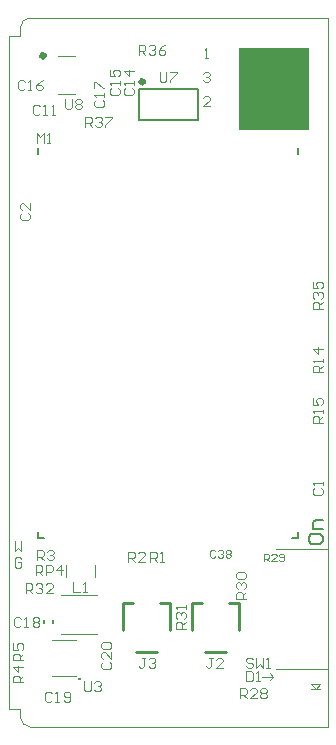
<source format=gto>
G04*
G04 #@! TF.GenerationSoftware,Altium Limited,Altium Designer,20.2.6 (244)*
G04*
G04 Layer_Color=65535*
%FSLAX44Y44*%
%MOMM*%
G71*
G04*
G04 #@! TF.SameCoordinates,2E3406EB-8CA3-48A4-8E0D-F2ADFDB7BFFD*
G04*
G04*
G04 #@! TF.FilePolarity,Positive*
G04*
G01*
G75*
%ADD10C,0.5000*%
%ADD11C,0.2540*%
%ADD12C,0.2000*%
%ADD13C,0.1000*%
%ADD14C,0.1800*%
%ADD15C,0.1200*%
%ADD16C,0.1100*%
%ADD17R,6.0000X7.0000*%
D10*
X30000Y568000D02*
G03*
X30000Y568000I-1000J0D01*
G01*
X114000Y546000D02*
G03*
X114000Y546000I-1000J0D01*
G01*
D11*
X60059Y40500D02*
G03*
X60059Y40500I-559J0D01*
G01*
X128500Y105000D02*
X137000D01*
X97000D02*
X105500D01*
X137000Y82000D02*
Y105000D01*
X108000Y63000D02*
X126000D01*
X97000Y82000D02*
Y105000D01*
X155000Y82000D02*
Y105000D01*
X166000Y63000D02*
X184000D01*
X195000Y82000D02*
Y105000D01*
X155000D02*
X163500D01*
X186500D02*
X195000D01*
D12*
X25000Y485000D02*
Y490000D01*
X245000Y485000D02*
Y490000D01*
X240000Y160000D02*
X245000D01*
Y165000D01*
X25000Y160000D02*
X30000D01*
X25000D02*
Y165000D01*
X30250Y87500D02*
Y90500D01*
X37750Y87500D02*
Y90500D01*
X110000Y514000D02*
Y540000D01*
Y514000D02*
X160000D01*
Y540000D01*
X110000D02*
X160000D01*
D13*
X214250Y42250D02*
X214250Y42250D01*
X221250Y39250D02*
X224250Y42250D01*
X221250Y45250D02*
X224250Y42250D01*
X214250D02*
X224250D01*
X260000Y31500D02*
X263750Y36500D01*
X256250D02*
X260000Y31500D01*
X256250Y36500D02*
X263750D01*
X256250Y31500D02*
X263750D01*
X49000Y127000D02*
Y137000D01*
X73000Y127000D02*
Y137000D01*
X226010Y48700D02*
X270460D01*
X226010Y150300D02*
X270460D01*
X42000Y568000D02*
X56000D01*
X42000Y536000D02*
X56000D01*
X37000Y43000D02*
X57000D01*
X37000Y73000D02*
X57000D01*
X44760Y78490D02*
X75240D01*
X44760Y111510D02*
X75240D01*
X10000Y8000D02*
G03*
X18000Y0I8000J0D01*
G01*
Y600000D02*
G03*
X10000Y592000I0J-8000D01*
G01*
Y8000D02*
Y15000D01*
X18000Y-0D02*
X270000Y0D01*
X10000Y585000D02*
Y592000D01*
X18000Y600000D02*
X270000D01*
X-0Y585000D02*
X-0Y15000D01*
X0Y585000D02*
X10000D01*
X0Y15000D02*
X10000D01*
X270000Y0D02*
Y330000D01*
Y600000D01*
D14*
X254004Y160998D02*
Y156999D01*
X256003Y155000D01*
X264001D01*
X266000Y156999D01*
Y160998D01*
X264001Y162997D01*
X256003D01*
X254004Y160998D01*
X266000Y166996D02*
X258003D01*
Y172994D01*
X260002Y174993D01*
X266000D01*
D15*
X10665Y141831D02*
X9249Y143247D01*
X6416D01*
X5000Y141831D01*
Y136166D01*
X6416Y134750D01*
X9249D01*
X10665Y136166D01*
Y138999D01*
X7832D01*
X5000Y157247D02*
Y148750D01*
X7832Y151582D01*
X10665Y148750D01*
Y157247D01*
X65000Y508000D02*
Y516497D01*
X69249D01*
X70665Y515081D01*
Y512249D01*
X69249Y510832D01*
X65000D01*
X67832D02*
X70665Y508000D01*
X73497Y515081D02*
X74914Y516497D01*
X77746D01*
X79162Y515081D01*
Y513665D01*
X77746Y512249D01*
X76330D01*
X77746D01*
X79162Y510832D01*
Y509416D01*
X77746Y508000D01*
X74914D01*
X73497Y509416D01*
X81994Y516497D02*
X87659D01*
Y515081D01*
X81994Y509416D01*
Y508000D01*
X110000Y569000D02*
Y577497D01*
X114249D01*
X115665Y576081D01*
Y573249D01*
X114249Y571832D01*
X110000D01*
X112832D02*
X115665Y569000D01*
X118497Y576081D02*
X119914Y577497D01*
X122746D01*
X124162Y576081D01*
Y574665D01*
X122746Y573249D01*
X121330D01*
X122746D01*
X124162Y571832D01*
Y570416D01*
X122746Y569000D01*
X119914D01*
X118497Y570416D01*
X132659Y577497D02*
X129827Y576081D01*
X126994Y573249D01*
Y570416D01*
X128411Y569000D01*
X131243D01*
X132659Y570416D01*
Y571832D01*
X131243Y573249D01*
X126994D01*
X266000Y354000D02*
X257503D01*
Y358249D01*
X258919Y359665D01*
X261751D01*
X263168Y358249D01*
Y354000D01*
Y356832D02*
X266000Y359665D01*
X258919Y362497D02*
X257503Y363913D01*
Y366746D01*
X258919Y368162D01*
X260335D01*
X261751Y366746D01*
Y365330D01*
Y366746D01*
X263168Y368162D01*
X264584D01*
X266000Y366746D01*
Y363913D01*
X264584Y362497D01*
X257503Y376659D02*
Y370994D01*
X261751D01*
X260335Y373827D01*
Y375243D01*
X261751Y376659D01*
X264584D01*
X266000Y375243D01*
Y372411D01*
X264584Y370994D01*
X164500Y552831D02*
X165916Y554247D01*
X168749D01*
X170165Y552831D01*
Y551415D01*
X168749Y549999D01*
X167332D01*
X168749D01*
X170165Y548582D01*
Y547166D01*
X168749Y545750D01*
X165916D01*
X164500Y547166D01*
X170165Y525250D02*
X164500D01*
X170165Y530915D01*
Y532331D01*
X168749Y533747D01*
X165916D01*
X164500Y532331D01*
X14500Y112750D02*
Y121247D01*
X18749D01*
X20165Y119831D01*
Y116999D01*
X18749Y115582D01*
X14500D01*
X17332D02*
X20165Y112750D01*
X22997Y119831D02*
X24413Y121247D01*
X27246D01*
X28662Y119831D01*
Y118415D01*
X27246Y116999D01*
X25830D01*
X27246D01*
X28662Y115582D01*
Y114166D01*
X27246Y112750D01*
X24413D01*
X22997Y114166D01*
X37159Y112750D02*
X31495D01*
X37159Y118415D01*
Y119831D01*
X35743Y121247D01*
X32911D01*
X31495Y119831D01*
X201000Y108250D02*
X192503D01*
Y112499D01*
X193919Y113915D01*
X196751D01*
X198168Y112499D01*
Y108250D01*
Y111082D02*
X201000Y113915D01*
X193919Y116747D02*
X192503Y118163D01*
Y120996D01*
X193919Y122412D01*
X195335D01*
X196751Y120996D01*
Y119580D01*
Y120996D01*
X198168Y122412D01*
X199584D01*
X201000Y120996D01*
Y118163D01*
X199584Y116747D01*
X193919Y125245D02*
X192503Y126661D01*
Y129493D01*
X193919Y130909D01*
X199584D01*
X201000Y129493D01*
Y126661D01*
X199584Y125245D01*
X193919D01*
X150000Y83000D02*
X141503D01*
Y87249D01*
X142919Y88665D01*
X145751D01*
X147168Y87249D01*
Y83000D01*
Y85832D02*
X150000Y88665D01*
X142919Y91497D02*
X141503Y92914D01*
Y95746D01*
X142919Y97162D01*
X144335D01*
X145751Y95746D01*
Y94330D01*
Y95746D01*
X147168Y97162D01*
X148584D01*
X150000Y95746D01*
Y92914D01*
X148584Y91497D01*
X150000Y99994D02*
Y102827D01*
Y101411D01*
X141503D01*
X142919Y99994D01*
X23000Y128000D02*
Y136497D01*
X27249D01*
X28665Y135081D01*
Y132249D01*
X27249Y130832D01*
X23000D01*
X25832D02*
X28665Y128000D01*
X31497D02*
Y136497D01*
X35746D01*
X37162Y135081D01*
Y132249D01*
X35746Y130832D01*
X31497D01*
X44243Y128000D02*
Y136497D01*
X39994Y132249D01*
X45659D01*
X10919Y434665D02*
X9503Y433249D01*
Y430416D01*
X10919Y429000D01*
X16584D01*
X18000Y430416D01*
Y433249D01*
X16584Y434665D01*
X18000Y443162D02*
Y437497D01*
X12335Y443162D01*
X10919D01*
X9503Y441746D01*
Y438913D01*
X10919Y437497D01*
X206915Y57081D02*
X205499Y58497D01*
X202666D01*
X201250Y57081D01*
Y55665D01*
X202666Y54249D01*
X205499D01*
X206915Y52832D01*
Y51416D01*
X205499Y50000D01*
X202666D01*
X201250Y51416D01*
X209747Y58497D02*
Y50000D01*
X212580Y52832D01*
X215412Y50000D01*
Y58497D01*
X218244Y50000D02*
X221077D01*
X219661D01*
Y58497D01*
X218244Y57081D01*
X115665Y58497D02*
X112832D01*
X114249D01*
Y51416D01*
X112832Y50000D01*
X111416D01*
X110000Y51416D01*
X118497Y57081D02*
X119914Y58497D01*
X122746D01*
X124162Y57081D01*
Y55665D01*
X122746Y54249D01*
X121330D01*
X122746D01*
X124162Y52832D01*
Y51416D01*
X122746Y50000D01*
X119914D01*
X118497Y51416D01*
X172665Y58247D02*
X169832D01*
X171249D01*
Y51166D01*
X169832Y49750D01*
X168416D01*
X167000Y51166D01*
X181162Y49750D02*
X175497D01*
X181162Y55415D01*
Y56831D01*
X179746Y58247D01*
X176914D01*
X175497Y56831D01*
X196000Y24000D02*
Y32497D01*
X200249D01*
X201665Y31081D01*
Y28249D01*
X200249Y26832D01*
X196000D01*
X198832D02*
X201665Y24000D01*
X210162D02*
X204497D01*
X210162Y29665D01*
Y31081D01*
X208746Y32497D01*
X205914D01*
X204497Y31081D01*
X212994D02*
X214411Y32497D01*
X217243D01*
X218659Y31081D01*
Y29665D01*
X217243Y28249D01*
X218659Y26832D01*
Y25416D01*
X217243Y24000D01*
X214411D01*
X212994Y25416D01*
Y26832D01*
X214411Y28249D01*
X212994Y29665D01*
Y31081D01*
X214411Y28249D02*
X217243D01*
X201250Y46747D02*
Y38250D01*
X205499D01*
X206915Y39666D01*
Y45331D01*
X205499Y46747D01*
X201250D01*
X209747Y38250D02*
X212580D01*
X211164D01*
Y46747D01*
X209747Y45331D01*
X48000Y531497D02*
Y524416D01*
X49416Y523000D01*
X52249D01*
X53665Y524416D01*
Y531497D01*
X56497Y530081D02*
X57913Y531497D01*
X60746D01*
X62162Y530081D01*
Y528665D01*
X60746Y527249D01*
X62162Y525832D01*
Y524416D01*
X60746Y523000D01*
X57913D01*
X56497Y524416D01*
Y525832D01*
X57913Y527249D01*
X56497Y528665D01*
Y530081D01*
X57913Y527249D02*
X60746D01*
X128000Y554497D02*
Y547416D01*
X129416Y546000D01*
X132249D01*
X133665Y547416D01*
Y554497D01*
X136497D02*
X142162D01*
Y553081D01*
X136497Y547416D01*
Y546000D01*
X64000Y38497D02*
Y31416D01*
X65416Y30000D01*
X68249D01*
X69665Y31416D01*
Y38497D01*
X72497Y37081D02*
X73913Y38497D01*
X76746D01*
X78162Y37081D01*
Y35665D01*
X76746Y34249D01*
X75330D01*
X76746D01*
X78162Y32832D01*
Y31416D01*
X76746Y30000D01*
X73913D01*
X72497Y31416D01*
X266000Y257000D02*
X257503D01*
Y261249D01*
X258919Y262665D01*
X261751D01*
X263168Y261249D01*
Y257000D01*
Y259832D02*
X266000Y262665D01*
Y265497D02*
Y268330D01*
Y266914D01*
X257503D01*
X258919Y265497D01*
X257503Y278243D02*
Y272578D01*
X261751D01*
X260335Y275411D01*
Y276827D01*
X261751Y278243D01*
X264584D01*
X266000Y276827D01*
Y273995D01*
X264584Y272578D01*
X266000Y300000D02*
X257503D01*
Y304249D01*
X258919Y305665D01*
X261751D01*
X263168Y304249D01*
Y300000D01*
Y302832D02*
X266000Y305665D01*
Y308497D02*
Y311330D01*
Y309914D01*
X257503D01*
X258919Y308497D01*
X266000Y319827D02*
X257503D01*
X261751Y315578D01*
Y321243D01*
X12500Y56250D02*
X4003D01*
Y60499D01*
X5419Y61915D01*
X8251D01*
X9668Y60499D01*
Y56250D01*
Y59082D02*
X12500Y61915D01*
X4003Y70412D02*
Y64747D01*
X8251D01*
X6835Y67580D01*
Y68996D01*
X8251Y70412D01*
X11084D01*
X12500Y68996D01*
Y66164D01*
X11084Y64747D01*
X12500Y37500D02*
X4003D01*
Y41749D01*
X5419Y43165D01*
X8251D01*
X9668Y41749D01*
Y37500D01*
Y40332D02*
X12500Y43165D01*
Y50246D02*
X4003D01*
X8251Y45997D01*
Y51662D01*
X24000Y141000D02*
Y149497D01*
X28249D01*
X29665Y148081D01*
Y145249D01*
X28249Y143832D01*
X24000D01*
X26832D02*
X29665Y141000D01*
X32497Y148081D02*
X33914Y149497D01*
X36746D01*
X38162Y148081D01*
Y146665D01*
X36746Y145249D01*
X35330D01*
X36746D01*
X38162Y143832D01*
Y142416D01*
X36746Y141000D01*
X33914D01*
X32497Y142416D01*
X101000Y139750D02*
Y148247D01*
X105249D01*
X106665Y146831D01*
Y143999D01*
X105249Y142582D01*
X101000D01*
X103832D02*
X106665Y139750D01*
X115162D02*
X109497D01*
X115162Y145415D01*
Y146831D01*
X113746Y148247D01*
X110913D01*
X109497Y146831D01*
X120000Y139750D02*
Y148247D01*
X124249D01*
X125665Y146831D01*
Y143999D01*
X124249Y142582D01*
X120000D01*
X122832D02*
X125665Y139750D01*
X128497D02*
X131330D01*
X129914D01*
Y148247D01*
X128497Y146831D01*
X24000Y494000D02*
Y502497D01*
X26832Y499665D01*
X29665Y502497D01*
Y494000D01*
X32497D02*
X35330D01*
X33914D01*
Y502497D01*
X32497Y501081D01*
X54750Y122497D02*
Y114000D01*
X60415D01*
X63247D02*
X66080D01*
X64664D01*
Y122497D01*
X63247Y121081D01*
X79919Y54665D02*
X78503Y53249D01*
Y50416D01*
X79919Y49000D01*
X85584D01*
X87000Y50416D01*
Y53249D01*
X85584Y54665D01*
X87000Y63162D02*
Y57497D01*
X81335Y63162D01*
X79919D01*
X78503Y61746D01*
Y58913D01*
X79919Y57497D01*
Y65995D02*
X78503Y67411D01*
Y70243D01*
X79919Y71659D01*
X85584D01*
X87000Y70243D01*
Y67411D01*
X85584Y65995D01*
X79919D01*
X36665Y28081D02*
X35249Y29497D01*
X32416D01*
X31000Y28081D01*
Y22416D01*
X32416Y21000D01*
X35249D01*
X36665Y22416D01*
X39497Y21000D02*
X42330D01*
X40914D01*
Y29497D01*
X39497Y28081D01*
X46578Y22416D02*
X47994Y21000D01*
X50827D01*
X52243Y22416D01*
Y28081D01*
X50827Y29497D01*
X47994D01*
X46578Y28081D01*
Y26665D01*
X47994Y25249D01*
X52243D01*
X10415Y91331D02*
X8999Y92747D01*
X6166D01*
X4750Y91331D01*
Y85666D01*
X6166Y84250D01*
X8999D01*
X10415Y85666D01*
X13247Y84250D02*
X16080D01*
X14663D01*
Y92747D01*
X13247Y91331D01*
X20328D02*
X21745Y92747D01*
X24577D01*
X25993Y91331D01*
Y89915D01*
X24577Y88499D01*
X25993Y87083D01*
Y85666D01*
X24577Y84250D01*
X21745D01*
X20328Y85666D01*
Y87083D01*
X21745Y88499D01*
X20328Y89915D01*
Y91331D01*
X21745Y88499D02*
X24577D01*
X73919Y530415D02*
X72503Y528999D01*
Y526166D01*
X73919Y524750D01*
X79584D01*
X81000Y526166D01*
Y528999D01*
X79584Y530415D01*
X81000Y533247D02*
Y536080D01*
Y534664D01*
X72503D01*
X73919Y533247D01*
X72503Y540328D02*
Y545993D01*
X73919D01*
X79584Y540328D01*
X81000D01*
X13665Y546081D02*
X12249Y547497D01*
X9416D01*
X8000Y546081D01*
Y540416D01*
X9416Y539000D01*
X12249D01*
X13665Y540416D01*
X16497Y539000D02*
X19330D01*
X17914D01*
Y547497D01*
X16497Y546081D01*
X29243Y547497D02*
X26411Y546081D01*
X23578Y543249D01*
Y540416D01*
X24994Y539000D01*
X27827D01*
X29243Y540416D01*
Y541832D01*
X27827Y543249D01*
X23578D01*
X86919Y540665D02*
X85503Y539249D01*
Y536416D01*
X86919Y535000D01*
X92584D01*
X94000Y536416D01*
Y539249D01*
X92584Y540665D01*
X94000Y543497D02*
Y546330D01*
Y544913D01*
X85503D01*
X86919Y543497D01*
X85503Y556243D02*
Y550578D01*
X89751D01*
X88335Y553411D01*
Y554827D01*
X89751Y556243D01*
X92584D01*
X94000Y554827D01*
Y551995D01*
X92584Y550578D01*
X98919Y540665D02*
X97503Y539249D01*
Y536416D01*
X98919Y535000D01*
X104584D01*
X106000Y536416D01*
Y539249D01*
X104584Y540665D01*
X106000Y543497D02*
Y546330D01*
Y544913D01*
X97503D01*
X98919Y543497D01*
X106000Y554827D02*
X97503D01*
X101751Y550578D01*
Y556243D01*
X26665Y525081D02*
X25249Y526497D01*
X22416D01*
X21000Y525081D01*
Y519416D01*
X22416Y518000D01*
X25249D01*
X26665Y519416D01*
X29497Y518000D02*
X32330D01*
X30914D01*
Y526497D01*
X29497Y525081D01*
X36578Y518000D02*
X39411D01*
X37994D01*
Y526497D01*
X36578Y525081D01*
X258919Y201665D02*
X257503Y200249D01*
Y197416D01*
X258919Y196000D01*
X264584D01*
X266000Y197416D01*
Y200249D01*
X264584Y201665D01*
X266000Y204497D02*
Y207330D01*
Y205914D01*
X257503D01*
X258919Y204497D01*
X166000Y565750D02*
X168832D01*
X167416D01*
Y574247D01*
X166000Y572831D01*
D16*
X175082Y148415D02*
X173999Y149498D01*
X171833D01*
X170750Y148415D01*
Y144083D01*
X171833Y143000D01*
X173999D01*
X175082Y144083D01*
X177248Y148415D02*
X178331Y149498D01*
X180497D01*
X181580Y148415D01*
Y147332D01*
X180497Y146249D01*
X179414D01*
X180497D01*
X181580Y145166D01*
Y144083D01*
X180497Y143000D01*
X178331D01*
X177248Y144083D01*
X183746Y148415D02*
X184829Y149498D01*
X186995D01*
X188078Y148415D01*
Y147332D01*
X186995Y146249D01*
X188078Y145166D01*
Y144083D01*
X186995Y143000D01*
X184829D01*
X183746Y144083D01*
Y145166D01*
X184829Y146249D01*
X183746Y147332D01*
Y148415D01*
X184829Y146249D02*
X186995D01*
X216000Y140000D02*
Y146498D01*
X219249D01*
X220332Y145415D01*
Y143249D01*
X219249Y142166D01*
X216000D01*
X218166D02*
X220332Y140000D01*
X226830D02*
X222498D01*
X226830Y144332D01*
Y145415D01*
X225747Y146498D01*
X223581D01*
X222498Y145415D01*
X228996Y141083D02*
X230079Y140000D01*
X232245D01*
X233328Y141083D01*
Y145415D01*
X232245Y146498D01*
X230079D01*
X228996Y145415D01*
Y144332D01*
X230079Y143249D01*
X233328D01*
D17*
X225000Y540000D02*
D03*
M02*

</source>
